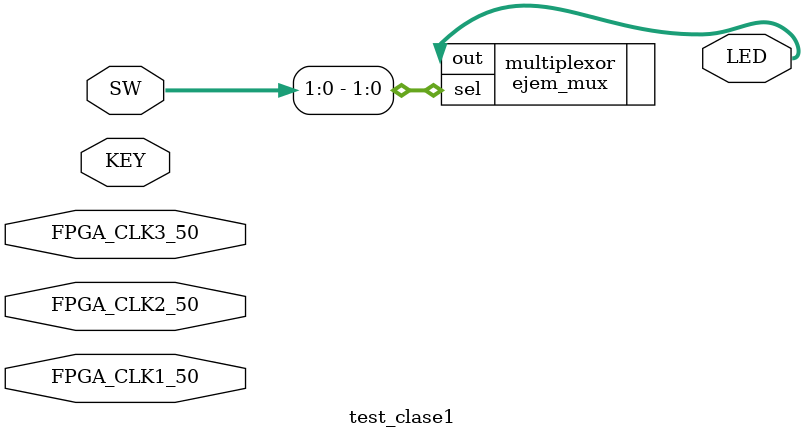
<source format=v>


module test_clase1(

	//////////// CLOCK //////////
	input 		          		FPGA_CLK1_50,
	input 		          		FPGA_CLK2_50,
	input 		          		FPGA_CLK3_50,

	//////////// KEY //////////
	input 		     [1:0]		KEY,

	//////////// LED //////////
	output		     [7:0]		LED,

	//////////// SW //////////
	input 		     [3:0]		SW
);



//=======================================================
//  REG/WIRE declarations
//=======================================================




//=======================================================
//  Structural coding
//=======================================================



ejem_mux multiplexor
(
	.sel(SW[1:0]) ,	// input [1:0] sel_sig
	.out(LED[7:0]) 	// output [7:0] out_sig
);




endmodule

</source>
